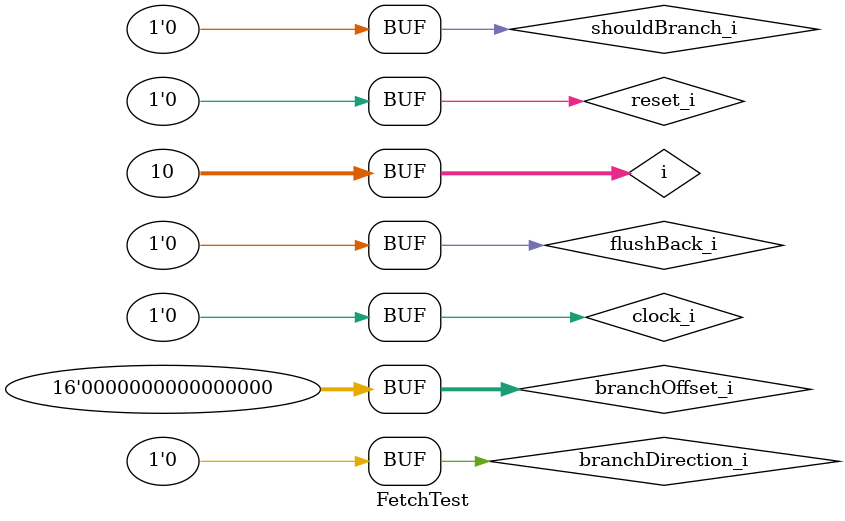
<source format=v>
`timescale 1ns / 1ps


module FetchTest;

	// Inputs
	reg clock_i;
	reg reset_i;
	reg flushBack_i;
	reg shouldBranch_i;
	reg [15:0] branchOffset_i;
	reg branchDirection_i;

	// Outputs
	wire [59:0] data_o;
	wire enable_o;

	// Instantiate the Unit Under Test (UUT)
	Fetch uut (
		.clock_i(clock_i), 
		.reset_i(reset_i), 
		.flushBack_i(flushBack_i), 
		.shouldBranch_i(shouldBranch_i), 
		.branchOffset_i(branchOffset_i), 
		.branchDirection_i(branchDirection_i), 
		.data_o(data_o), 
		.enable_o(enable_o)
	);

integer i;
	initial begin
		// Initialize Inputs
		clock_i = 0;
		reset_i = 0;
		flushBack_i = 0;
		shouldBranch_i = 0;
		branchOffset_i = 0;
		branchDirection_i = 0;

		// Wait 100 ns for global reset to finish
		#100;
		//reset
		reset_i = 1;
		clock_i = 1;		
		#1;
		reset_i = 0;
		clock_i = 0;
		
		for(i = 0; i < 10; i = i + 1)
		begin
			#1
			clock_i = 1;
			#1;
			clock_i = 0;
		end
		
		//branch forwards
      shouldBranch_i = 1;
		branchOffset_i = 10;//10 places
		branchDirection_i = 1;//forwards
		#1
		clock_i = 1;
		#1;//halt branch
		shouldBranch_i = 0;
		branchOffset_i = 0;
		branchDirection_i = 0;
		clock_i = 0;
		
		#1//continue fetching
		clock_i = 1;
		#1;
		clock_i = 0;
		
		//branch backwards
      shouldBranch_i = 1;
		branchOffset_i = 20;//20 places
		branchDirection_i = 0;//backwards
		#1
		clock_i = 1;
		#1;//halt branch
		shouldBranch_i = 0;
		branchOffset_i = 0;
		branchDirection_i = 0;
		clock_i = 0;
		
		#1//continue fetching
		clock_i = 1;
		#1;
		clock_i = 0;

	end
      
endmodule


</source>
